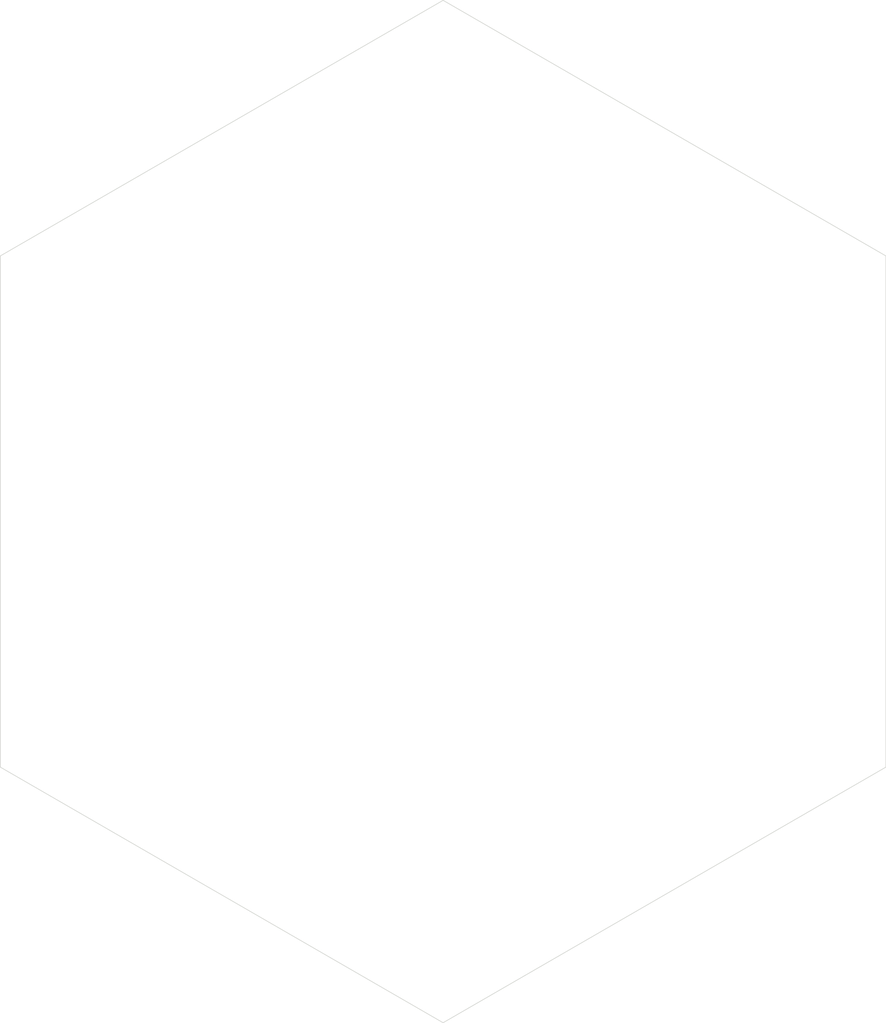
<source format=kicad_pcb>
(kicad_pcb (version 20171130) (host pcbnew 5.1.5+dfsg1-2build2)

  (general
    (thickness 1.6)
    (drawings 12)
    (tracks 0)
    (zones 0)
    (modules 0)
    (nets 1)
  )

  (page A4)
  (layers
    (0 F.Cu signal)
    (31 B.Cu signal)
    (32 B.Adhes user)
    (33 F.Adhes user)
    (34 B.Paste user)
    (35 F.Paste user)
    (36 B.SilkS user)
    (37 F.SilkS user)
    (38 B.Mask user)
    (39 F.Mask user)
    (40 Dwgs.User user)
    (41 Cmts.User user)
    (42 Eco1.User user)
    (43 Eco2.User user)
    (44 Edge.Cuts user)
    (45 Margin user)
    (46 B.CrtYd user)
    (47 F.CrtYd user)
    (48 B.Fab user hide)
    (49 F.Fab user hide)
  )

  (setup
    (last_trace_width 0.2)
    (user_trace_width 0.2)
    (user_trace_width 0.3)
    (user_trace_width 0.4)
    (user_trace_width 0.5)
    (user_trace_width 0.6)
    (user_trace_width 0.8)
    (user_trace_width 1)
    (user_trace_width 2)
    (trace_clearance 0.127)
    (zone_clearance 0.2)
    (zone_45_only no)
    (trace_min 0.2)
    (via_size 0.6)
    (via_drill 0.3)
    (via_min_size 0.4)
    (via_min_drill 0.3)
    (uvia_size 0.3)
    (uvia_drill 0.1)
    (uvias_allowed no)
    (uvia_min_size 0.2)
    (uvia_min_drill 0.1)
    (edge_width 0.05)
    (segment_width 0.2)
    (pcb_text_width 0.3)
    (pcb_text_size 1.5 1.5)
    (mod_edge_width 0.12)
    (mod_text_size 1 1)
    (mod_text_width 0.15)
    (pad_size 1.524 1.524)
    (pad_drill 0.762)
    (pad_to_mask_clearance 0)
    (aux_axis_origin 0 0)
    (grid_origin 133.6 100)
    (visible_elements FFFFFF7F)
    (pcbplotparams
      (layerselection 0x010fc_ffffffff)
      (usegerberextensions false)
      (usegerberattributes false)
      (usegerberadvancedattributes false)
      (creategerberjobfile false)
      (excludeedgelayer true)
      (linewidth 0.100000)
      (plotframeref false)
      (viasonmask false)
      (mode 1)
      (useauxorigin false)
      (hpglpennumber 1)
      (hpglpenspeed 20)
      (hpglpendiameter 15.000000)
      (psnegative false)
      (psa4output false)
      (plotreference true)
      (plotvalue true)
      (plotinvisibletext false)
      (padsonsilk false)
      (subtractmaskfromsilk false)
      (outputformat 1)
      (mirror false)
      (drillshape 1)
      (scaleselection 1)
      (outputdirectory ""))
  )

  (net 0 "")

  (net_class Default "This is the default net class."
    (clearance 0.127)
    (trace_width 0.2)
    (via_dia 0.6)
    (via_drill 0.3)
    (uvia_dia 0.3)
    (uvia_drill 0.1)
  )

  (gr_line (start 100 100) (end 116.8 70.901546) (layer Eco2.User) (width 0.15) (tstamp 61CC4454))
  (gr_line (start 100 100) (end 116.8 129.098454) (layer Eco2.User) (width 0.15) (tstamp 61CC4454))
  (gr_line (start 100 100) (end 83.2 129.098454) (layer Eco2.User) (width 0.15) (tstamp 61CC4454))
  (gr_line (start 100 100) (end 66.4 100) (layer Eco2.User) (width 0.15) (tstamp 61CC4454))
  (gr_line (start 100 100) (end 83.2 70.901546) (layer Eco2.User) (width 0.15) (tstamp 61CC4454))
  (gr_line (start 100 100) (end 133.6 100) (layer Eco2.User) (width 0.15))
  (gr_line (start 100.000016 60) (end 65.359 80) (layer Edge.Cuts) (width 0.05) (tstamp 61CBDA24))
  (gr_line (start 134.641032 80) (end 100.000016 60) (layer Edge.Cuts) (width 0.05) (tstamp 61CBDA24))
  (gr_line (start 134.641032 120) (end 134.641032 80) (layer Edge.Cuts) (width 0.05) (tstamp 61CBDA24))
  (gr_line (start 100.000016 140) (end 134.641032 120) (layer Edge.Cuts) (width 0.05) (tstamp 61CBDA24))
  (gr_line (start 65.359 120) (end 100.000016 140) (layer Edge.Cuts) (width 0.05) (tstamp 61CBDA24))
  (gr_line (start 65.359 80) (end 65.359 120) (layer Edge.Cuts) (width 0.05))

)

</source>
